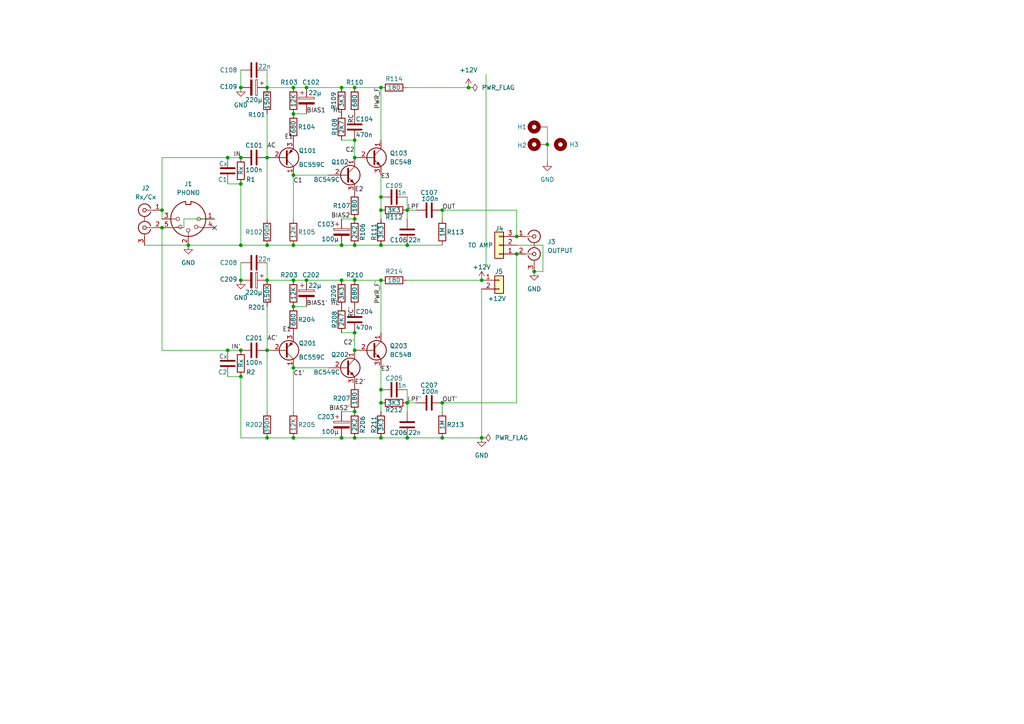
<source format=kicad_sch>
(kicad_sch (version 20231120) (generator "eeschema") (generator_version "8.0")
  (paper "A4")
  (title_block (title "102 RIAA phono preamp") (date "2025-02-18") (rev "v1") (company "TuchAudio") (comment 1 "@zuiko21"))
  (lib_symbols
    (symbol "Connector:Conn_Coaxial_x2" (pin_names (offset 1.016) hide)
      (property "Reference" "J" (at 0 5.715 0))
      (property "Value" "Conn_Coaxial_x2" (at 2.921 0 90))
      (symbol "Conn_Coaxial_x2_0_1"
        (arc (start -1.778 -3.048) (mid 0.2311 -4.3466) (end 1.778 -2.54) (stroke (width 0.254)))
        (arc (start -1.778 2.032) (mid 0.2311 0.7334) (end 1.778 2.54) (stroke (width 0.254)))
        (circle (center 0 -2.54) (radius 0.508) (stroke (width 0.2032)))
        (polyline (pts (xy -2.54 -2.54) (xy -0.508 -2.54)))
        (polyline (pts (xy -2.54 2.54) (xy -0.508 2.54)))
        (polyline (pts (xy 0 -5.08) (xy 0 -4.318)))
        (polyline (pts (xy 0 0.762) (xy 0 -0.635)))
        (circle (center 0 2.54) (radius 0.508) (stroke (width 0.2032)))
        (arc (start 1.778 -2.54) (mid 0.2099 -0.7299) (end -1.778 -2.032) (stroke (width 0.254)))
        (arc (start 1.778 2.54) (mid 0.2099 4.3501) (end -1.778 3.048) (stroke (width 0.254)))
      )
      (symbol "Conn_Coaxial_x2_1_1"
        (pin passive line (at -5.08 2.54 0) (length 2.54) (name "IN1") (number "1"))
        (pin passive line (at -5.08 -2.54 0) (length 2.54) (name "IN2") (number "2"))
        (pin passive line (at 0 -7.62 90) (length 2.54) (name "EXT") (number "3"))
      )
    )
    (symbol "Connector:DIN-5_180degree" (pin_names (offset 1.016))
      (property "Reference" "J" (at 3.175 5.715 0))
      (property "Value" "DIN-5_180degree" (at 0 -6.35 0))
      (symbol "DIN-5_180degree_0_1"
        (arc (start -5.08 0) (mid -3.8609 -3.3364) (end -0.762 -5.08) (stroke (width 0.254)))
        (circle (center -3.048 0) (radius 0.508))
        (circle (center -2.286 2.286) (radius 0.508))
        (polyline (pts (xy -5.08 0) (xy -3.556 0)))
        (polyline (pts (xy 0 5.08) (xy 0 3.81)))
        (polyline (pts (xy 5.08 0) (xy 3.556 0)))
        (polyline (pts (xy -5.08 2.54) (xy -4.318 2.54) (xy -2.794 2.286)))
        (polyline (pts (xy 5.08 2.54) (xy 4.318 2.54) (xy 2.794 2.286)))
        (polyline (pts (xy -0.762 -4.953) (xy -0.762 -4.191) (xy 0.762 -4.191) (xy 0.762 -4.953)) (stroke (width 0.254)))
        (circle (center 0 3.302) (radius 0.508))
        (arc (start 0.762 -5.08) (mid 3.8685 -3.343) (end 5.08 0) (stroke (width 0.254)))
        (circle (center 2.286 2.286) (radius 0.508))
        (circle (center 3.048 0) (radius 0.508))
        (arc (start 5.08 0) (mid 0 5.0579) (end -5.08 0) (stroke (width 0.254)))
      )
      (symbol "DIN-5_180degree_1_1"
        (pin passive line (at -7.62 0 0) (length 2.54) (name "~") (number "1"))
        (pin passive line (at 0 7.62 270) (length 2.54) (name "~") (number "2"))
        (pin passive line (at 7.62 0 180) (length 2.54) (name "~") (number "3"))
        (pin passive line (at -7.62 2.54 0) (length 2.54) (name "~") (number "4"))
        (pin passive line (at 7.62 2.54 180) (length 2.54) (name "~") (number "5"))
      )
    )
    (symbol "Connector_Generic:Conn_01x02" (pin_names (offset 1.016) hide)
      (property "Reference" "J" (at 0 2.54 0))
      (property "Value" "Conn_01x02" (at 0 -5.08 0))
      (symbol "Conn_01x02_1_1"
        (rectangle (start -1.27 -2.413) (end 0 -2.667) (stroke (width 0.1524)))
        (rectangle (start -1.27 0.127) (end 0 -0.127) (stroke (width 0.1524)))
        (rectangle (start -1.27 1.27) (end 1.27 -3.81) (stroke (width 0.254)) (fill (type background)))
        (pin passive line (at -5.08 0 0) (length 3.81) (name "Pin_1") (number "1"))
        (pin passive line (at -5.08 -2.54 0) (length 3.81) (name "Pin_2") (number "2"))
      )
    )
    (symbol "Connector_Generic:Conn_01x03" (pin_names (offset 1.016) hide)
      (property "Reference" "J" (at 0 5.08 0))
      (property "Value" "Conn_01x03" (at 0 -5.08 0))
      (symbol "Conn_01x03_1_1"
        (rectangle (start -1.27 -2.413) (end 0 -2.667) (stroke (width 0.1524)))
        (rectangle (start -1.27 0.127) (end 0 -0.127) (stroke (width 0.1524)))
        (rectangle (start -1.27 2.667) (end 0 2.413) (stroke (width 0.1524)))
        (rectangle (start -1.27 3.81) (end 1.27 -3.81) (stroke (width 0.254)) (fill (type background)))
        (pin passive line (at -5.08 2.54 0) (length 3.81) (name "Pin_1") (number "1"))
        (pin passive line (at -5.08 0 0) (length 3.81) (name "Pin_2") (number "2"))
        (pin passive line (at -5.08 -2.54 0) (length 3.81) (name "Pin_3") (number "3"))
      )
    )
    (symbol "Device:C" (pin_numbers hide) (pin_names (offset 0.254))
      (property "Reference" "C" (at 0.635 2.54 0))
      (property "Value" "C" (at 0.635 -2.54 0))
      (symbol "C_0_1"
        (polyline (pts (xy -2.032 -0.762) (xy 2.032 -0.762)) (stroke (width 0.508)))
        (polyline (pts (xy -2.032 0.762) (xy 2.032 0.762)) (stroke (width 0.508)))
      )
      (symbol "C_1_1"
        (pin passive line (at 0 3.81 270) (length 2.794) (name "~") (number "1"))
        (pin passive line (at 0 -3.81 90) (length 2.794) (name "~") (number "2"))
      )
    )
    (symbol "Device:C_Polarized" (pin_numbers hide) (pin_names (offset 0.254))
      (property "Reference" "C" (at 0.635 2.54 0))
      (property "Value" "C_Polarized" (at 0.635 -2.54 0))
      (symbol "C_Polarized_0_1"
        (rectangle (start -2.286 0.508) (end 2.286 1.016))
        (polyline (pts (xy -1.778 2.286) (xy -0.762 2.286)))
        (polyline (pts (xy -1.27 2.794) (xy -1.27 1.778)))
        (rectangle (start 2.286 -0.508) (end -2.286 -1.016) (fill (type outline)))
      )
      (symbol "C_Polarized_1_1"
        (pin passive line (at 0 3.81 270) (length 2.794) (name "~") (number "1"))
        (pin passive line (at 0 -3.81 90) (length 2.794) (name "~") (number "2"))
      )
    )
    (symbol "Device:R" (pin_numbers hide) (pin_names (offset 0))
      (property "Reference" "R" (at 2.032 0 90))
      (property "Value" "R" (at 0 0 90))
      (symbol "R_0_1"
        (rectangle (start -1.016 -2.54) (end 1.016 2.54) (stroke (width 0.254)))
      )
      (symbol "R_1_1"
        (pin passive line (at 0 3.81 270) (length 1.27) (name "~") (number "1"))
        (pin passive line (at 0 -3.81 90) (length 1.27) (name "~") (number "2"))
      )
    )
    (symbol "Mechanical:MountingHole" (pin_names (offset 1.016)) (exclude_from_sim yes) (in_bom no)
      (property "Reference" "H" (at 0 5.08 0))
      (property "Value" "MountingHole" (at 0 3.175 0))
      (symbol "MountingHole_0_1"
        (circle (center 0 0) (radius 1.27) (stroke (width 1.27)))
      )
    )
    (symbol "Mechanical:MountingHole_Pad" (pin_numbers hide) (pin_names (offset 1.016) hide) (exclude_from_sim yes) (in_bom no)
      (property "Reference" "H" (at 0 6.35 0))
      (property "Value" "MountingHole_Pad" (at 0 4.445 0))
      (symbol "MountingHole_Pad_0_1"
        (circle (center 0 1.27) (radius 1.27) (stroke (width 1.27)))
      )
      (symbol "MountingHole_Pad_1_1"
        (pin input line (at 0 -2.54 90) (length 2.54) (name "1") (number "1"))
      )
    )
    (symbol "Transistor_BJT:BC549" (pin_names (offset 0) hide)
      (property "Reference" "Q" (at 5.08 1.905 0))
      (property "Value" "BC549" (at 5.08 0 0))
      (symbol "BC549_0_1"
        (polyline (pts (xy 0 0) (xy 0.635 0)))
        (polyline (pts (xy 0.635 0.635) (xy 2.54 2.54)))
        (polyline (pts (xy 0.635 -0.635) (xy 2.54 -2.54) (xy 2.54 -2.54)))
        (polyline (pts (xy 0.635 1.905) (xy 0.635 -1.905) (xy 0.635 -1.905)) (stroke (width 0.508)))
        (polyline (pts (xy 1.27 -1.778) (xy 1.778 -1.27) (xy 2.286 -2.286) (xy 1.27 -1.778) (xy 1.27 -1.778)) (fill (type outline)))
        (circle (center 1.27 0) (radius 2.8194) (stroke (width 0.254)))
      )
      (symbol "BC549_1_1"
        (pin passive line (at 2.54 5.08 270) (length 2.54) (name "C") (number "1"))
        (pin input line (at -5.08 0 0) (length 5.08) (name "B") (number "2"))
        (pin passive line (at 2.54 -5.08 90) (length 2.54) (name "E") (number "3"))
      )
    )
    (symbol "Transistor_BJT:BC559" (pin_names (offset 0) hide)
      (property "Reference" "Q" (at 5.08 1.905 0))
      (property "Value" "BC559" (at 5.08 0 0))
      (symbol "BC559_0_1"
        (polyline (pts (xy 0.635 0.635) (xy 2.54 2.54)))
        (polyline (pts (xy 0.635 -0.635) (xy 2.54 -2.54) (xy 2.54 -2.54)))
        (polyline (pts (xy 0.635 1.905) (xy 0.635 -1.905) (xy 0.635 -1.905)) (stroke (width 0.508)))
        (polyline (pts (xy 2.286 -1.778) (xy 1.778 -2.286) (xy 1.27 -1.27) (xy 2.286 -1.778) (xy 2.286 -1.778)) (fill (type outline)))
        (circle (center 1.27 0) (radius 2.8194) (stroke (width 0.254)))
      )
      (symbol "BC559_1_1"
        (pin passive line (at 2.54 5.08 270) (length 2.54) (name "C") (number "1"))
        (pin input line (at -5.08 0 0) (length 5.715) (name "B") (number "2"))
        (pin passive line (at 2.54 -5.08 90) (length 2.54) (name "E") (number "3"))
      )
    )
    (symbol "power:+12V" (power) (pin_numbers hide) (pin_names (offset 0) hide)
      (property "Value" "+12V" (at 0 3.556 0))
      (symbol "+12V_0_1"
        (polyline (pts (xy -0.762 1.27) (xy 0 2.54)))
        (polyline (pts (xy 0 0) (xy 0 2.54)))
        (polyline (pts (xy 0 2.54) (xy 0.762 1.27)))
      )
      (symbol "+12V_1_1"
        (pin power_in line (at 0 0 90) (length 0) (name "~") (number "1"))
      )
    )
    (symbol "power:GND" (power) (pin_numbers hide) (pin_names (offset 0) hide)
      (property "Value" "GND" (at 0 -3.81 0))
      (symbol "GND_0_1"
        (polyline (pts (xy 0 0) (xy 0 -1.27) (xy 1.27 -1.27) (xy 0 -2.54) (xy -1.27 -1.27) (xy 0 -1.27)))
      )
      (symbol "GND_1_1"
        (pin power_in line (at 0 0 270) (length 0) (name "~") (number "1"))
      )
    )
    (symbol "power:PWR_FLAG" (power) (pin_numbers hide) (pin_names (offset 0) hide)
      (property "Value" "PWR_FLAG" (at 0 3.81 0))
      (symbol "PWR_FLAG_0_0"
        (pin power_out line (at 0 0 90) (length 0) (name "~") (number "1"))
      )
      (symbol "PWR_FLAG_0_1"
        (polyline (pts (xy 0 0) (xy 0 1.27) (xy -1.016 1.905) (xy 0 2.54) (xy 1.016 1.905) (xy 0 1.27)))
      )
    )
  )
  (junction (at 77.47 25.4))
  (junction (at 128.27 60.96))
  (junction (at 99.06 25.4))
  (junction (at 110.49 127))
  (junction (at 102.87 127))
  (junction (at 77.47 101.6))
  (junction (at 135.89 25.4))
  (junction (at 69.85 71.12))
  (junction (at 46.99 60.96))
  (junction (at 118.11 71.12))
  (junction (at 69.85 53.34))
  (junction (at 102.87 81.28))
  (junction (at 66.04 45.72))
  (junction (at 85.09 50.8))
  (junction (at 102.87 63.5))
  (junction (at 69.85 109.22))
  (junction (at 85.09 33.02))
  (junction (at 128.27 127))
  (junction (at 102.87 101.6))
  (junction (at 85.09 71.12))
  (junction (at 54.61 71.12))
  (junction (at 118.11 127))
  (junction (at 77.47 45.72))
  (junction (at 85.09 81.28))
  (junction (at 102.87 40.64))
  (junction (at 77.47 71.12))
  (junction (at 110.49 60.96))
  (junction (at 110.49 25.4))
  (junction (at 99.06 71.12))
  (junction (at 118.11 60.96))
  (junction (at 102.87 119.38))
  (junction (at 110.49 71.12))
  (junction (at 139.7 81.28))
  (junction (at 46.99 66.04))
  (junction (at 110.49 57.15))
  (junction (at 85.09 127))
  (junction (at 77.47 127))
  (junction (at 77.47 81.28))
  (junction (at 128.27 116.84))
  (junction (at 110.49 81.28))
  (junction (at 118.11 116.84))
  (junction (at 102.87 96.52))
  (junction (at 149.86 73.66))
  (junction (at 69.85 81.28))
  (junction (at 110.49 116.84))
  (junction (at 139.7 127))
  (junction (at 158.75 41.91))
  (junction (at 88.9 25.4))
  (junction (at 69.85 45.72))
  (junction (at 102.87 45.72))
  (junction (at 102.87 25.4))
  (junction (at 66.04 101.6))
  (junction (at 110.49 113.03))
  (junction (at 102.87 71.12))
  (junction (at 88.9 81.28))
  (junction (at 69.85 101.6))
  (junction (at 99.06 81.28))
  (junction (at 154.94 78.74))
  (junction (at 85.09 88.9))
  (junction (at 69.85 25.4))
  (junction (at 149.86 68.58))
  (junction (at 85.09 25.4))
  (junction (at 99.06 127))
  (junction (at 85.09 106.68))
  (no_connect (at 62.23 66.04))
  (wire (pts (xy 102.87 25.4) (xy 110.49 25.4)))
  (wire (pts (xy 69.85 20.32) (xy 69.85 25.4)))
  (wire (pts (xy 66.04 53.34) (xy 69.85 53.34)))
  (wire (pts (xy 118.11 113.03) (xy 118.11 116.84)))
  (wire (pts (xy 85.09 71.12) (xy 99.06 71.12)))
  (wire (pts (xy 118.11 116.84) (xy 118.11 119.38)))
  (wire (pts (xy 66.04 101.6) (xy 69.85 101.6)))
  (wire (pts (xy 102.87 81.28) (xy 110.49 81.28)))
  (wire (pts (xy 69.85 109.22) (xy 69.85 127)))
  (wire (pts (xy 149.86 60.96) (xy 149.86 68.58)))
  (wire (pts (xy 99.06 71.12) (xy 102.87 71.12)))
  (wire (pts (xy 41.91 71.12) (xy 54.61 71.12)))
  (wire (pts (xy 69.85 127) (xy 77.47 127)))
  (wire (pts (xy 77.47 25.4) (xy 85.09 25.4)))
  (wire (pts (xy 102.87 40.64) (xy 102.87 45.72)))
  (wire (pts (xy 154.94 78.74) (xy 157.48 78.74)))
  (wire (pts (xy 110.49 60.96) (xy 110.49 63.5)))
  (wire (pts (xy 77.47 127) (xy 85.09 127)))
  (wire (pts (xy 139.7 127) (xy 128.27 127)))
  (wire (pts (xy 158.75 41.91) (xy 158.75 46.99)))
  (wire (pts (xy 99.06 127) (xy 102.87 127)))
  (wire (pts (xy 110.49 106.68) (xy 110.49 113.03)))
  (wire (pts (xy 69.85 71.12) (xy 77.47 71.12)))
  (wire (pts (xy 85.09 50.8) (xy 95.25 50.8)))
  (wire (pts (xy 118.11 60.96) (xy 118.11 63.5)))
  (wire (pts (xy 77.47 81.28) (xy 85.09 81.28)))
  (wire (pts (xy 157.48 78.74) (xy 157.48 71.12)))
  (wire (pts (xy 149.86 60.96) (xy 128.27 60.96)))
  (wire (pts (xy 46.99 45.72) (xy 46.99 60.96)))
  (wire (pts (xy 85.09 127) (xy 99.06 127)))
  (wire (pts (xy 99.06 81.28) (xy 102.87 81.28)))
  (wire (pts (xy 118.11 116.84) (xy 120.65 116.84)))
  (wire (pts (xy 102.87 127) (xy 110.49 127)))
  (wire (pts (xy 66.04 45.72) (xy 46.99 45.72)))
  (wire (pts (xy 139.7 83.82) (xy 139.7 127)))
  (wire (pts (xy 69.85 53.34) (xy 69.85 71.12)))
  (wire (pts (xy 77.47 71.12) (xy 85.09 71.12)))
  (wire (pts (xy 85.09 106.68) (xy 95.25 106.68)))
  (wire (pts (xy 69.85 76.2) (xy 69.85 81.28)))
  (wire (pts (xy 102.87 96.52) (xy 102.87 101.6)))
  (wire (pts (xy 53.34 63.5) (xy 53.34 66.04)))
  (wire (pts (xy 99.06 96.52) (xy 102.87 96.52)))
  (wire (pts (xy 62.23 63.5) (xy 53.34 63.5)))
  (wire (pts (xy 66.04 101.6) (xy 46.99 101.6)))
  (wire (pts (xy 85.09 33.02) (xy 88.9 33.02)))
  (wire (pts (xy 77.47 33.02) (xy 77.47 45.72)))
  (wire (pts (xy 128.27 60.96) (xy 128.27 63.5)))
  (wire (pts (xy 158.75 36.83) (xy 158.75 41.91)))
  (wire (pts (xy 99.06 25.4) (xy 102.87 25.4)))
  (wire (pts (xy 46.99 66.04) (xy 53.34 66.04)))
  (wire (pts (xy 46.99 60.96) (xy 46.99 63.5)))
  (wire (pts (xy 149.86 73.66) (xy 149.86 116.84)))
  (wire (pts (xy 110.49 113.03) (xy 110.49 116.84)))
  (wire (pts (xy 110.49 71.12) (xy 118.11 71.12)))
  (wire (pts (xy 118.11 57.15) (xy 118.11 60.96)))
  (wire (pts (xy 110.49 50.8) (xy 110.49 57.15)))
  (wire (pts (xy 99.06 119.38) (xy 102.87 119.38)))
  (wire (pts (xy 77.47 101.6) (xy 77.47 119.38)))
  (wire (pts (xy 88.9 25.4) (xy 99.06 25.4)))
  (wire (pts (xy 77.47 45.72) (xy 77.47 63.5)))
  (wire (pts (xy 128.27 116.84) (xy 149.86 116.84)))
  (wire (pts (xy 110.49 57.15) (xy 110.49 60.96)))
  (wire (pts (xy 99.06 40.64) (xy 102.87 40.64)))
  (wire (pts (xy 110.49 116.84) (xy 110.49 119.38)))
  (wire (pts (xy 110.49 25.4) (xy 110.49 40.64)))
  (wire (pts (xy 135.89 25.4) (xy 118.11 25.4)))
  (wire (pts (xy 118.11 81.28) (xy 139.7 81.28)))
  (wire (pts (xy 128.27 116.84) (xy 128.27 119.38)))
  (wire (pts (xy 99.06 63.5) (xy 102.87 63.5)))
  (wire (pts (xy 118.11 127) (xy 128.27 127)))
  (wire (pts (xy 85.09 81.28) (xy 88.9 81.28)))
  (wire (pts (xy 88.9 81.28) (xy 99.06 81.28)))
  (wire (pts (xy 46.99 66.04) (xy 46.99 101.6)))
  (wire (pts (xy 66.04 109.22) (xy 69.85 109.22)))
  (wire (pts (xy 118.11 60.96) (xy 120.65 60.96)))
  (wire (pts (xy 54.61 71.12) (xy 69.85 71.12)))
  (wire (pts (xy 77.47 76.2) (xy 77.47 81.28)))
  (wire (pts (xy 102.87 71.12) (xy 110.49 71.12)))
  (wire (pts (xy 140.97 77.47) (xy 140.97 21.59)))
  (wire (pts (xy 118.11 71.12) (xy 128.27 71.12)))
  (wire (pts (xy 85.09 119.38) (xy 85.09 106.68)))
  (wire (pts (xy 77.47 20.32) (xy 77.47 25.4)))
  (wire (pts (xy 149.86 71.12) (xy 157.48 71.12)))
  (wire (pts (xy 110.49 127) (xy 118.11 127)))
  (wire (pts (xy 77.47 88.9) (xy 77.47 101.6)))
  (wire (pts (xy 85.09 88.9) (xy 88.9 88.9)))
  (wire (pts (xy 66.04 45.72) (xy 69.85 45.72)))
  (wire (pts (xy 110.49 81.28) (xy 110.49 96.52)))
  (wire (pts (xy 85.09 63.5) (xy 85.09 50.8)))
  (wire (pts (xy 85.09 25.4) (xy 88.9 25.4)))
  (label "BIAS1" (at 88.9 33.02 0))
  (label "PWR_F'" (at 110.49 81.28 270))
  (label "RC'" (at 102.87 88.9 270))
  (label "HL'" (at 99.06 88.9 180))
  (label "C2'" (at 102.87 100.33 180))
  (label "BIAS2" (at 101.6 63.5 180))
  (label "E2'" (at 102.87 111.76 0))
  (label "E1'" (at 85.09 96.52 180))
  (label "AC'" (at 77.47 99.06 0))
  (label "C1" (at 85.09 53.34 0))
  (label "E1" (at 85.09 40.64 180))
  (label "OUT'" (at 128.27 116.84 0))
  (label "BIAS1'" (at 88.9 88.9 0))
  (label "BIAS2'" (at 101.6 119.38 180))
  (label "OUT" (at 128.27 60.96 0))
  (label "IN'" (at 69.85 101.6 180))
  (label "AC" (at 77.47 43.18 0))
  (label "LPF" (at 118.11 60.96 0))
  (label "E2" (at 102.87 55.88 0))
  (label "IN" (at 69.85 45.72 180))
  (label "C1'" (at 85.09 109.22 0))
  (label "C2" (at 102.87 44.45 180))
  (label "HL" (at 99.06 33.02 180))
  (label "E3'" (at 110.49 107.95 0))
  (label "LPF'" (at 118.11 116.84 0))
  (label "PWR_F" (at 110.49 25.4 270))
  (label "E3" (at 110.49 52.07 0))
  (label "RC" (at 102.87 33.02 270))
  (symbol (lib_id "Device:C_Polarized") (at 99.06 67.31 0) (unit 1)
    (property "Reference" "C103" (at 91.948 65.024 0) (effects (justify left)))
    (property "Value" "100µ" (at 93.218 69.342 0) (effects (justify left)))
    (property "Footprint" "Capacitor_THT:CP_Radial_D4.0mm_P1.50mm" (effects (hide yes)))
    (property "Description" "Polarized capacitor" (effects (hide yes)))
  )
  (symbol (lib_id "Device:R") (at 99.06 29.21 0) (unit 1)
    (property "Reference" "R109" (at 96.774 31.75 90) (effects (justify left)))
    (property "Value" "3K3" (at 99.06 29.21 90))
    (property "Footprint" "Resistor_THT:R_Axial_DIN0207_L6.3mm_D2.5mm_P10.16mm_Horizontal" (effects (hide yes)))
    (property "Description" "Resistor" (effects (hide yes)))
  )
  (symbol (lib_id "Device:R") (at 114.3 81.28 90) (unit 1)
    (property "Reference" "R214" (at 114.3 78.74 90))
    (property "Value" "180" (at 114.3 81.28 90))
    (property "Footprint" "Resistor_THT:R_Axial_DIN0207_L6.3mm_D2.5mm_P10.16mm_Horizontal" (effects (hide yes)))
    (property "Description" "Resistor" (effects (hide yes)))
  )
  (symbol (lib_id "power:GND") (at 54.61 71.12 0) (unit 1)
    (property "Reference" "#PWR02" (effects (hide yes)))
    (property "Value" "GND" (at 54.61 76.2 0))
    (property "Description" "Power symbol creates a global label with name \"GND\" , ground" (effects (hide yes)))
  )
  (symbol (lib_id "Device:R") (at 114.3 116.84 90) (unit 1)
    (property "Reference" "R212" (at 114.3 118.872 90))
    (property "Value" "3K3" (at 114.3 116.84 90))
    (property "Footprint" "Resistor_THT:R_Axial_DIN0207_L6.3mm_D2.5mm_P10.16mm_Horizontal" (effects (hide yes)))
    (property "Description" "Resistor" (effects (hide yes)))
  )
  (symbol (lib_id "Device:C") (at 114.3 113.03 90) (unit 1)
    (property "Reference" "C205" (at 114.3 109.728 90) (effects (font (italic yes))))
    (property "Value" "1n" (at 116.586 111.76 90))
    (property "Footprint" "Capacitor_THT:C_Rect_L7.2mm_W2.5mm_P5.00mm_FKS2_FKP2_MKS2_MKP2" (effects (hide yes)))
    (property "Description" "Unpolarized capacitor" (effects (hide yes)))
  )
  (symbol (lib_id "Device:R") (at 128.27 67.31 0) (unit 1)
    (property "Reference" "R113" (at 129.54 67.31 0) (effects (justify left)))
    (property "Value" "1M" (at 128.27 67.31 90))
    (property "Footprint" "Resistor_THT:R_Axial_DIN0207_L6.3mm_D2.5mm_P10.16mm_Horizontal" (effects (hide yes)))
    (property "Description" "Resistor" (effects (hide yes)))
  )
  (symbol (lib_id "Device:C") (at 118.11 123.19 0) (unit 1)
    (property "Reference" "C206" (at 113.03 125.476 0) (effects (justify left)))
    (property "Value" "22n" (at 118.364 125.476 0) (effects (justify left)))
    (property "Footprint" "Capacitor_THT:C_Rect_L7.2mm_W2.5mm_P5.00mm_FKS2_FKP2_MKS2_MKP2" (effects (hide yes)))
    (property "Description" "Unpolarized capacitor" (effects (hide yes)))
  )
  (symbol (lib_id "Device:C") (at 124.46 60.96 90) (unit 1)
    (property "Reference" "C107" (at 124.46 55.88 90))
    (property "Value" "100n" (at 124.714 57.658 90) (effects (font (italic yes))))
    (property "Footprint" "Capacitor_THT:C_Rect_L7.2mm_W2.5mm_P5.00mm_FKS2_FKP2_MKS2_MKP2" (effects (hide yes)))
    (property "Description" "Unpolarized capacitor" (effects (hide yes)))
  )
  (symbol (lib_id "Transistor_BJT:BC549") (at 107.95 45.72 0) (unit 1)
    (property "Reference" "Q103" (at 113.03 44.4499 0) (effects (justify left)))
    (property "Value" "BC548" (at 113.03 46.9899 0) (effects (justify left)))
    (property "Footprint" "Package_TO_SOT_THT:TO-92_Inline" (effects (hide yes)))
    (property "Datasheet" "https://www.onsemi.com/pub/Collateral/BC550-D.pdf" (effects (hide yes)))
    (property "Description" "0.1A Ic, 30V Vce, Small Signal NPN Transistor, TO-92" (effects (hide yes)))
  )
  (symbol (lib_id "Transistor_BJT:BC549") (at 107.95 101.6 0) (unit 1)
    (property "Reference" "Q203" (at 113.03 100.3299 0) (effects (justify left)))
    (property "Value" "BC548" (at 113.03 102.8699 0) (effects (justify left)))
    (property "Footprint" "Package_TO_SOT_THT:TO-92_Inline" (effects (hide yes)))
    (property "Datasheet" "https://www.onsemi.com/pub/Collateral/BC550-D.pdf" (effects (hide yes)))
    (property "Description" "0.1A Ic, 30V Vce, Small Signal NPN Transistor, TO-92" (effects (hide yes)))
  )
  (symbol (lib_id "Mechanical:MountingHole") (at 162.56 41.91 0) (unit 1) (exclude_from_sim yes) (in_bom no)
    (property "Reference" "H3" (at 165.1 41.91 0) (effects (justify left)))
    (property "Value" "MountingHole" (effects (hide yes)))
    (property "Footprint" "MountingHole:MountingHole_3.2mm_M3" (effects (hide yes)))
    (property "Description" "Mounting Hole without connection" (effects (hide yes)))
  )
  (symbol (lib_id "Device:R") (at 99.06 85.09 0) (unit 1)
    (property "Reference" "R209" (at 96.774 87.63 90) (effects (justify left)))
    (property "Value" "3K3" (at 99.06 85.09 90))
    (property "Footprint" "Resistor_THT:R_Axial_DIN0207_L6.3mm_D2.5mm_P10.16mm_Horizontal" (effects (hide yes)))
    (property "Description" "Resistor" (effects (hide yes)))
  )
  (symbol (lib_id "Device:C") (at 118.11 67.31 0) (unit 1)
    (property "Reference" "C106" (at 113.03 69.596 0) (effects (justify left)))
    (property "Value" "22n" (at 118.364 69.596 0) (effects (justify left)))
    (property "Footprint" "Capacitor_THT:C_Rect_L7.2mm_W2.5mm_P5.00mm_FKS2_FKP2_MKS2_MKP2" (effects (hide yes)))
    (property "Description" "Unpolarized capacitor" (effects (hide yes)))
  )
  (symbol (lib_id "power:PWR_FLAG") (at 139.7 127 270) (unit 1)
    (property "Reference" "#FLG02" (effects (hide yes)))
    (property "Value" "PWR_FLAG" (at 143.51 126.9999 90) (effects (justify left)))
    (property "Description" "Special symbol for telling ERC where power comes from" (effects (hide yes)))
  )
  (symbol (lib_id "Device:R") (at 114.3 25.4 90) (unit 1)
    (property "Reference" "R114" (at 114.3 22.86 90))
    (property "Value" "180" (at 114.3 25.4 90))
    (property "Footprint" "Resistor_THT:R_Axial_DIN0207_L6.3mm_D2.5mm_P10.16mm_Horizontal" (effects (hide yes)))
    (property "Description" "Resistor" (effects (hide yes)))
  )
  (symbol (lib_id "Device:R") (at 110.49 123.19 0) (unit 1)
    (property "Reference" "R211" (at 108.458 125.73 90) (effects (justify left)))
    (property "Value" "3K3" (at 110.49 123.19 90))
    (property "Footprint" "Resistor_THT:R_Axial_DIN0207_L6.3mm_D2.5mm_P10.16mm_Horizontal" (effects (hide yes)))
    (property "Description" "Resistor" (effects (hide yes)))
  )
  (symbol (lib_id "Device:R") (at 85.09 85.09 0) (unit 1)
    (property "Reference" "R203" (at 81.28 79.756 0) (effects (justify left)))
    (property "Value" "12K" (at 85.09 85.09 90))
    (property "Footprint" "Resistor_THT:R_Axial_DIN0207_L6.3mm_D2.5mm_P10.16mm_Horizontal" (effects (hide yes)))
    (property "Description" "Resistor" (effects (hide yes)))
  )
  (symbol (lib_id "Mechanical:MountingHole_Pad") (at 156.21 36.83 90) (unit 1) (exclude_from_sim yes) (in_bom no)
    (property "Reference" "H1" (at 151.384 36.83 90))
    (property "Value" "MountingHole_Pad" (effects (hide yes)))
    (property "Footprint" "MountingHole:MountingHole_3.2mm_M3_DIN965_Pad" (effects (hide yes)))
    (property "Description" "Mounting Hole with connection" (effects (hide yes)))
  )
  (symbol (lib_id "Transistor_BJT:BC549") (at 100.33 50.8 0) (unit 1)
    (property "Reference" "Q102" (at 96.012 46.99 0) (effects (justify left)))
    (property "Value" "BC549C" (at 90.932 52.07 0) (effects (justify left)))
    (property "Footprint" "Package_TO_SOT_THT:TO-92_Inline" (effects (hide yes)))
    (property "Datasheet" "https://www.onsemi.com/pub/Collateral/BC550-D.pdf" (effects (hide yes)))
    (property "Description" "0.1A Ic, 30V Vce, Small Signal NPN Transistor, TO-92" (effects (hide yes)))
  )
  (symbol (lib_id "Device:R") (at 114.3 60.96 90) (unit 1)
    (property "Reference" "R112" (at 114.3 62.992 90))
    (property "Value" "3K3" (at 114.3 60.96 90))
    (property "Footprint" "Resistor_THT:R_Axial_DIN0207_L6.3mm_D2.5mm_P10.16mm_Horizontal" (effects (hide yes)))
    (property "Description" "Resistor" (effects (hide yes)))
  )
  (symbol (lib_id "Connector_Generic:Conn_01x02") (at 144.78 81.28 0) (unit 1)
    (property "Reference" "J5" (at 143.51 78.74 0) (effects (justify left)))
    (property "Value" "+12V" (at 141.478 86.614 0) (effects (justify left)))
    (property "Footprint" "Connector_PinHeader_2.54mm:PinHeader_1x02_P2.54mm_Horizontal" (effects (hide yes)))
    (property "Description" "Generic connector, single row, 01x02, script generated (kicad-library-utils/schlib/autogen/connector/)" (effects (hide yes)))
  )
  (symbol (lib_id "power:GND") (at 158.75 46.99 0) (unit 1)
    (property "Reference" "#PWR08" (effects (hide yes)))
    (property "Value" "GND" (at 158.75 52.07 0))
    (property "Description" "Power symbol creates a global label with name \"GND\" , ground" (effects (hide yes)))
  )
  (symbol (lib_id "Device:R") (at 85.09 92.71 0) (unit 1)
    (property "Reference" "R204" (at 86.36 92.71 0) (effects (justify left)))
    (property "Value" "680" (at 85.09 92.71 90))
    (property "Footprint" "Resistor_THT:R_Axial_DIN0207_L6.3mm_D2.5mm_P10.16mm_Horizontal" (effects (hide yes)))
    (property "Description" "Resistor" (effects (hide yes)))
  )
  (symbol (lib_id "Device:C") (at 73.66 45.72 90) (unit 1)
    (property "Reference" "C101" (at 73.66 42.164 90))
    (property "Value" "100n" (at 73.66 49.276 90))
    (property "Footprint" "Capacitor_THT:C_Rect_L7.2mm_W2.5mm_P5.00mm_FKS2_FKP2_MKS2_MKP2" (effects (hide yes)))
    (property "Description" "Unpolarized capacitor" (effects (hide yes)))
  )
  (symbol (lib_id "Device:C_Polarized") (at 73.66 25.4 270) (unit 1)
    (property "Reference" "C109" (at 66.294 25.146 90))
    (property "Value" "220µ" (at 73.66 28.956 90))
    (property "Footprint" "Capacitor_THT:CP_Radial_D6.3mm_P2.50mm" (effects (hide yes)))
    (property "Description" "Polarized capacitor" (effects (hide yes)))
  )
  (symbol (lib_id "Device:R") (at 102.87 123.19 0) (unit 1)
    (property "Reference" "R206" (at 105.156 125.73 90) (effects (justify left)))
    (property "Value" "2K2" (at 102.87 123.19 90))
    (property "Footprint" "Resistor_THT:R_Axial_DIN0207_L6.3mm_D2.5mm_P10.16mm_Horizontal" (effects (hide yes)))
    (property "Description" "Resistor" (effects (hide yes)))
  )
  (symbol (lib_id "Transistor_BJT:BC559") (at 82.55 101.6 0) (mirror x) (unit 1)
    (property "Reference" "Q201" (at 86.614 99.568 0) (effects (justify left)))
    (property "Value" "BC559C" (at 86.614 103.632 0) (effects (justify left)))
    (property "Footprint" "Package_TO_SOT_THT:TO-92_Inline" (effects (hide yes)))
    (property "Datasheet" "https://www.onsemi.com/pub/Collateral/BC556BTA-D.pdf" (effects (hide yes)))
    (property "Description" "0.1A Ic, 30V Vce, PNP Small Signal Transistor, TO-92" (effects (hide yes)))
  )
  (symbol (lib_id "Device:R") (at 102.87 67.31 0) (unit 1)
    (property "Reference" "R106" (at 105.156 69.85 90) (effects (justify left)))
    (property "Value" "2K2" (at 102.87 67.31 90))
    (property "Footprint" "Resistor_THT:R_Axial_DIN0207_L6.3mm_D2.5mm_P10.16mm_Horizontal" (effects (hide yes)))
    (property "Description" "Resistor" (effects (hide yes)))
  )
  (symbol (lib_id "Device:R") (at 85.09 29.21 0) (unit 1)
    (property "Reference" "R103" (at 81.28 23.876 0) (effects (justify left)))
    (property "Value" "12K" (at 85.09 29.21 90))
    (property "Footprint" "Resistor_THT:R_Axial_DIN0207_L6.3mm_D2.5mm_P10.16mm_Horizontal" (effects (hide yes)))
    (property "Description" "Resistor" (effects (hide yes)))
  )
  (symbol (lib_id "Device:R") (at 128.27 123.19 0) (unit 1)
    (property "Reference" "R213" (at 129.54 123.19 0) (effects (justify left)))
    (property "Value" "1M" (at 128.27 123.19 90))
    (property "Footprint" "Resistor_THT:R_Axial_DIN0207_L6.3mm_D2.5mm_P10.16mm_Horizontal" (effects (hide yes)))
    (property "Description" "Resistor" (effects (hide yes)))
  )
  (symbol (lib_id "Device:R") (at 85.09 67.31 0) (unit 1)
    (property "Reference" "R105" (at 86.36 67.31 0) (effects (justify left)))
    (property "Value" "12K" (at 85.09 67.31 90))
    (property "Footprint" "Resistor_THT:R_Axial_DIN0207_L6.3mm_D2.5mm_P10.16mm_Horizontal" (effects (hide yes)))
    (property "Description" "Resistor" (effects (hide yes)))
  )
  (symbol (lib_id "Device:R") (at 110.49 67.31 0) (unit 1)
    (property "Reference" "R111" (at 108.458 69.85 90) (effects (justify left)))
    (property "Value" "3K3" (at 110.49 67.31 90))
    (property "Footprint" "Resistor_THT:R_Axial_DIN0207_L6.3mm_D2.5mm_P10.16mm_Horizontal" (effects (hide yes)))
    (property "Description" "Resistor" (effects (hide yes)))
  )
  (symbol (lib_id "Device:C") (at 102.87 36.83 0) (unit 1)
    (property "Reference" "C104" (at 103.124 34.544 0) (effects (justify left)))
    (property "Value" "470n" (at 103.124 39.116 0) (effects (justify left)))
    (property "Footprint" "Capacitor_THT:C_Rect_L7.2mm_W3.0mm_P5.00mm_FKS2_FKP2_MKS2_MKP2" (effects (hide yes)))
    (property "Description" "Unpolarized capacitor" (effects (hide yes)))
  )
  (symbol (lib_id "Device:C") (at 114.3 57.15 90) (unit 1)
    (property "Reference" "C105" (at 114.3 53.848 90) (effects (font (italic yes))))
    (property "Value" "1n" (at 116.586 55.88 90))
    (property "Footprint" "Capacitor_THT:C_Rect_L7.2mm_W2.5mm_P5.00mm_FKS2_FKP2_MKS2_MKP2" (effects (hide yes)))
    (property "Description" "Unpolarized capacitor" (effects (hide yes)))
  )
  (symbol (lib_id "Device:R") (at 85.09 123.19 0) (unit 1)
    (property "Reference" "R205" (at 86.36 123.19 0) (effects (justify left)))
    (property "Value" "12K" (at 85.09 123.19 90))
    (property "Footprint" "Resistor_THT:R_Axial_DIN0207_L6.3mm_D2.5mm_P10.16mm_Horizontal" (effects (hide yes)))
    (property "Description" "Resistor" (effects (hide yes)))
  )
  (symbol (lib_id "Connector_Generic:Conn_01x03") (at 144.78 71.12 180) (unit 1)
    (property "Reference" "J4" (at 146.05 66.294 0) (effects (justify left)))
    (property "Value" "TO AMP" (at 143.002 71.12 0) (effects (justify left)))
    (property "Footprint" "Connector_PinHeader_2.54mm:PinHeader_1x03_P2.54mm_Horizontal" (effects (hide yes)))
    (property "Description" "Generic connector, single row, 01x03, script generated (kicad-library-utils/schlib/autogen/connector/)" (effects (hide yes)))
  )
  (symbol (lib_id "Device:R") (at 77.47 85.09 0) (unit 1)
    (property "Reference" "R201" (at 71.882 89.154 0) (effects (justify left)))
    (property "Value" "150K" (at 77.47 85.09 90))
    (property "Footprint" "Resistor_THT:R_Axial_DIN0207_L6.3mm_D2.5mm_P10.16mm_Horizontal" (effects (hide yes)))
    (property "Description" "Resistor" (effects (hide yes)))
  )
  (symbol (lib_id "Device:R") (at 69.85 105.41 0) (unit 1)
    (property "Reference" "R2" (at 71.374 107.95 0) (effects (justify left)))
    (property "Value" "Rx" (at 69.85 105.41 90))
    (property "Footprint" "Connector_PinSocket_2.54mm:PinSocket_1x02_P2.54mm_Vertical" (effects (hide yes)))
    (property "Description" "Resistor" (effects (hide yes)))
  )
  (symbol (lib_id "Connector:DIN-5_180degree") (at 54.61 63.5 180) (unit 1)
    (property "Reference" "J1" (at 54.6099 53.34 0))
    (property "Value" "PHONO" (at 54.6099 55.88 0))
    (property "Footprint" "durango:DIN 5-180deg" (effects (hide yes)))
    (property "Datasheet" "http://www.mouser.com/ds/2/18/40_c091_abd_e-75918.pdf" (effects (hide yes)))
    (property "Description" "5-pin DIN connector (5-pin DIN-5 stereo)" (effects (hide yes)))
  )
  (symbol (lib_id "power:+12V") (at 139.7 81.28 0) (unit 1)
    (property "Reference" "#PWR03" (effects (hide yes)))
    (property "Value" "+12V" (at 139.7 77.47 0))
    (property "Description" "Power symbol creates a global label with name \"+12V\"" (effects (hide yes)))
  )
  (symbol (lib_id "Device:C_Polarized") (at 88.9 29.21 0) (unit 1)
    (property "Reference" "C102" (at 87.63 23.876 0) (effects (justify left)))
    (property "Value" "22µ" (at 89.408 26.924 0) (effects (justify left)))
    (property "Footprint" "Capacitor_THT:CP_Radial_D4.0mm_P1.50mm" (effects (hide yes)))
    (property "Description" "Polarized capacitor" (effects (hide yes)))
  )
  (symbol (lib_id "Device:R") (at 99.06 36.83 0) (unit 1)
    (property "Reference" "R108" (at 97.028 39.37 90) (effects (justify left)))
    (property "Value" "2K7" (at 99.06 36.83 90))
    (property "Footprint" "Resistor_THT:R_Axial_DIN0207_L6.3mm_D2.5mm_P10.16mm_Horizontal" (effects (hide yes)))
    (property "Description" "Resistor" (effects (hide yes)))
  )
  (symbol (lib_id "Device:C") (at 124.46 116.84 90) (unit 1)
    (property "Reference" "C207" (at 124.46 111.76 90))
    (property "Value" "100n" (at 124.714 113.538 90) (effects (font (italic yes))))
    (property "Footprint" "Capacitor_THT:C_Rect_L7.2mm_W2.5mm_P5.00mm_FKS2_FKP2_MKS2_MKP2" (effects (hide yes)))
    (property "Description" "Unpolarized capacitor" (effects (hide yes)))
  )
  (symbol (lib_id "power:GND") (at 139.7 127 0) (unit 1)
    (property "Reference" "#PWR05" (effects (hide yes)))
    (property "Value" "GND" (at 139.7 132.08 0))
    (property "Description" "Power symbol creates a global label with name \"GND\" , ground" (effects (hide yes)))
  )
  (symbol (lib_id "Device:R") (at 77.47 67.31 0) (unit 1)
    (property "Reference" "R102" (at 71.12 67.31 0) (effects (justify left)))
    (property "Value" "390K" (at 77.47 67.31 90))
    (property "Footprint" "Resistor_THT:R_Axial_DIN0207_L6.3mm_D2.5mm_P10.16mm_Horizontal" (effects (hide yes)))
    (property "Description" "Resistor" (effects (hide yes)))
  )
  (symbol (lib_id "Device:C") (at 73.66 20.32 90) (unit 1)
    (property "Reference" "C108" (at 66.294 20.32 90))
    (property "Value" "22n" (at 76.708 19.304 90))
    (property "Footprint" "Capacitor_THT:C_Disc_D6.0mm_W2.5mm_P5.00mm" (effects (hide yes)))
    (property "Description" "Unpolarized capacitor" (effects (hide yes)))
  )
  (symbol (lib_id "Device:C") (at 102.87 92.71 0) (unit 1)
    (property "Reference" "C204" (at 103.124 90.424 0) (effects (justify left)))
    (property "Value" "470n" (at 103.124 94.996 0) (effects (justify left)))
    (property "Footprint" "Capacitor_THT:C_Rect_L7.2mm_W3.0mm_P5.00mm_FKS2_FKP2_MKS2_MKP2" (effects (hide yes)))
    (property "Description" "Unpolarized capacitor" (effects (hide yes)))
  )
  (symbol (lib_id "Device:C") (at 73.66 101.6 90) (unit 1)
    (property "Reference" "C201" (at 73.66 98.044 90))
    (property "Value" "100n" (at 73.66 105.156 90))
    (property "Footprint" "Capacitor_THT:C_Rect_L7.2mm_W2.5mm_P5.00mm_FKS2_FKP2_MKS2_MKP2" (effects (hide yes)))
    (property "Description" "Unpolarized capacitor" (effects (hide yes)))
  )
  (symbol (lib_id "Device:C_Polarized") (at 88.9 85.09 0) (unit 1)
    (property "Reference" "C202" (at 87.63 79.756 0) (effects (justify left)))
    (property "Value" "22µ" (at 89.408 82.804 0) (effects (justify left)))
    (property "Footprint" "Capacitor_THT:CP_Radial_D4.0mm_P1.50mm" (effects (hide yes)))
    (property "Description" "Polarized capacitor" (effects (hide yes)))
  )
  (symbol (lib_id "Connector:Conn_Coaxial_x2") (at 41.91 63.5 0) (mirror y) (unit 1)
    (property "Reference" "J2" (at 42.2274 54.61 0))
    (property "Value" "Rx/Cx" (at 42.2274 57.15 0))
    (property "Footprint" "durango:2xRCA_vertical" (effects (hide yes)))
    (property "Description" "double coaxial connector (BNC, SMA, SMB, SMC, Cinch/RCA, LEMO, ...)" (effects (hide yes)))
  )
  (symbol (lib_id "Device:R") (at 77.47 29.21 0) (unit 1)
    (property "Reference" "R101" (at 71.882 33.274 0) (effects (justify left)))
    (property "Value" "150K" (at 77.47 29.21 90))
    (property "Footprint" "Resistor_THT:R_Axial_DIN0207_L6.3mm_D2.5mm_P10.16mm_Horizontal" (effects (hide yes)))
    (property "Description" "Resistor" (effects (hide yes)))
  )
  (symbol (lib_id "Device:R") (at 102.87 59.69 0) (unit 1)
    (property "Reference" "R107" (at 96.52 59.69 0) (effects (justify left)))
    (property "Value" "180" (at 102.87 59.69 90))
    (property "Footprint" "Resistor_THT:R_Axial_DIN0207_L6.3mm_D2.5mm_P10.16mm_Horizontal" (effects (hide yes)))
    (property "Description" "Resistor" (effects (hide yes)))
  )
  (symbol (lib_id "Device:R") (at 77.47 123.19 0) (unit 1)
    (property "Reference" "R202" (at 71.12 123.19 0) (effects (justify left)))
    (property "Value" "390K" (at 77.47 123.19 90))
    (property "Footprint" "Resistor_THT:R_Axial_DIN0207_L6.3mm_D2.5mm_P10.16mm_Horizontal" (effects (hide yes)))
    (property "Description" "Resistor" (effects (hide yes)))
  )
  (symbol (lib_id "power:PWR_FLAG") (at 135.89 25.4 270) (unit 1)
    (property "Reference" "#FLG01" (effects (hide yes)))
    (property "Value" "PWR_FLAG" (at 139.7 25.3999 90) (effects (justify left)))
    (property "Description" "Special symbol for telling ERC where power comes from" (effects (hide yes)))
  )
  (symbol (lib_id "Mechanical:MountingHole_Pad") (at 156.21 41.91 90) (unit 1) (exclude_from_sim yes) (in_bom no)
    (property "Reference" "H2" (at 151.384 42.164 90))
    (property "Value" "MountingHole_Pad" (effects (hide yes)))
    (property "Footprint" "MountingHole:MountingHole_3.2mm_M3_DIN965_Pad" (effects (hide yes)))
    (property "Description" "Mounting Hole with connection" (effects (hide yes)))
  )
  (symbol (lib_id "Transistor_BJT:BC559") (at 82.55 45.72 0) (mirror x) (unit 1)
    (property "Reference" "Q101" (at 86.614 43.688 0) (effects (justify left)))
    (property "Value" "BC559C" (at 86.614 47.752 0) (effects (justify left)))
    (property "Footprint" "Package_TO_SOT_THT:TO-92_Inline" (effects (hide yes)))
    (property "Datasheet" "https://www.onsemi.com/pub/Collateral/BC556BTA-D.pdf" (effects (hide yes)))
    (property "Description" "0.1A Ic, 30V Vce, PNP Small Signal Transistor, TO-92" (effects (hide yes)))
  )
  (symbol (lib_id "Device:C") (at 73.66 76.2 90) (unit 1)
    (property "Reference" "C208" (at 66.294 76.2 90))
    (property "Value" "22n" (at 76.708 75.184 90))
    (property "Footprint" "Capacitor_THT:C_Disc_D6.0mm_W2.5mm_P5.00mm" (effects (hide yes)))
    (property "Description" "Unpolarized capacitor" (effects (hide yes)))
  )
  (symbol (lib_id "power:GND") (at 69.85 25.4 0) (unit 1)
    (property "Reference" "#PWR01" (effects (hide yes)))
    (property "Value" "GND" (at 69.85 30.48 0))
    (property "Description" "Power symbol creates a global label with name \"GND\" , ground" (effects (hide yes)))
  )
  (symbol (lib_id "Device:R") (at 99.06 92.71 0) (unit 1)
    (property "Reference" "R208" (at 97.028 95.25 90) (effects (justify left)))
    (property "Value" "2K7" (at 99.06 92.71 90))
    (property "Footprint" "Resistor_THT:R_Axial_DIN0207_L6.3mm_D2.5mm_P10.16mm_Horizontal" (effects (hide yes)))
    (property "Description" "Resistor" (effects (hide yes)))
  )
  (symbol (lib_id "Device:C") (at 66.04 49.53 0) (unit 1)
    (property "Reference" "C1" (at 63.246 52.07 0) (effects (justify left)))
    (property "Value" "Cx" (at 63.5 47.498 0) (effects (justify left)))
    (property "Footprint" "Connector_PinSocket_2.54mm:PinSocket_1x02_P2.54mm_Vertical" (effects (hide yes)))
    (property "Description" "Unpolarized capacitor" (effects (hide yes)))
  )
  (symbol (lib_id "Device:R") (at 69.85 49.53 0) (unit 1)
    (property "Reference" "R1" (at 71.374 52.07 0) (effects (justify left)))
    (property "Value" "Rx" (at 69.85 49.53 90))
    (property "Footprint" "Connector_PinSocket_2.54mm:PinSocket_1x02_P2.54mm_Vertical" (effects (hide yes)))
    (property "Description" "Resistor" (effects (hide yes)))
  )
  (symbol (lib_id "Device:C_Polarized") (at 99.06 123.19 0) (unit 1)
    (property "Reference" "C203" (at 91.948 120.904 0) (effects (justify left)))
    (property "Value" "100µ" (at 93.218 125.222 0) (effects (justify left)))
    (property "Footprint" "Capacitor_THT:CP_Radial_D4.0mm_P1.50mm" (effects (hide yes)))
    (property "Description" "Polarized capacitor" (effects (hide yes)))
  )
  (symbol (lib_id "power:GND") (at 154.94 78.74 0) (unit 1)
    (property "Reference" "#PWR07" (effects (hide yes)))
    (property "Value" "GND" (at 154.94 83.82 0))
    (property "Description" "Power symbol creates a global label with name \"GND\" , ground" (effects (hide yes)))
  )
  (symbol (lib_id "power:+12V") (at 135.89 25.4 0) (unit 1)
    (property "Reference" "#PWR06" (effects (hide yes)))
    (property "Value" "+12V" (at 135.89 20.32 0))
    (property "Description" "Power symbol creates a global label with name \"+12V\"" (effects (hide yes)))
  )
  (symbol (lib_id "Device:R") (at 102.87 115.57 0) (unit 1)
    (property "Reference" "R207" (at 96.52 115.57 0) (effects (justify left)))
    (property "Value" "180" (at 102.87 115.57 90))
    (property "Footprint" "Resistor_THT:R_Axial_DIN0207_L6.3mm_D2.5mm_P10.16mm_Horizontal" (effects (hide yes)))
    (property "Description" "Resistor" (effects (hide yes)))
  )
  (symbol (lib_id "Device:C_Polarized") (at 73.66 81.28 270) (unit 1)
    (property "Reference" "C209" (at 66.294 81.026 90))
    (property "Value" "220µ" (at 73.66 84.836 90))
    (property "Footprint" "Capacitor_THT:CP_Radial_D6.3mm_P2.50mm" (effects (hide yes)))
    (property "Description" "Polarized capacitor" (effects (hide yes)))
  )
  (symbol (lib_id "Device:R") (at 85.09 36.83 0) (unit 1)
    (property "Reference" "R104" (at 86.36 36.83 0) (effects (justify left)))
    (property "Value" "680" (at 85.09 36.83 90))
    (property "Footprint" "Resistor_THT:R_Axial_DIN0207_L6.3mm_D2.5mm_P10.16mm_Horizontal" (effects (hide yes)))
    (property "Description" "Resistor" (effects (hide yes)))
  )
  (symbol (lib_id "Device:R") (at 102.87 29.21 0) (unit 1)
    (property "Reference" "R110" (at 100.33 23.876 0) (effects (justify left)))
    (property "Value" "680" (at 102.87 29.21 90))
    (property "Footprint" "Resistor_THT:R_Axial_DIN0207_L6.3mm_D2.5mm_P10.16mm_Horizontal" (effects (hide yes)))
    (property "Description" "Resistor" (effects (hide yes)))
  )
  (symbol (lib_id "Transistor_BJT:BC549") (at 100.33 106.68 0) (unit 1)
    (property "Reference" "Q202" (at 96.012 102.87 0) (effects (justify left)))
    (property "Value" "BC549C" (at 90.932 107.95 0) (effects (justify left)))
    (property "Footprint" "Package_TO_SOT_THT:TO-92_Inline" (effects (hide yes)))
    (property "Datasheet" "https://www.onsemi.com/pub/Collateral/BC550-D.pdf" (effects (hide yes)))
    (property "Description" "0.1A Ic, 30V Vce, Small Signal NPN Transistor, TO-92" (effects (hide yes)))
  )
  (symbol (lib_id "Device:C") (at 66.04 105.41 0) (unit 1)
    (property "Reference" "C2" (at 63.246 107.95 0) (effects (justify left)))
    (property "Value" "Cx" (at 63.5 103.378 0) (effects (justify left)))
    (property "Footprint" "Connector_PinSocket_2.54mm:PinSocket_1x02_P2.54mm_Vertical" (effects (hide yes)))
    (property "Description" "Unpolarized capacitor" (effects (hide yes)))
  )
  (symbol (lib_id "power:GND") (at 69.85 81.28 0) (unit 1)
    (property "Reference" "#PWR04" (effects (hide yes)))
    (property "Value" "GND" (at 69.85 86.36 0))
    (property "Description" "Power symbol creates a global label with name \"GND\" , ground" (effects (hide yes)))
  )
  (symbol (lib_id "Connector:Conn_Coaxial_x2") (at 154.94 71.12 0) (unit 1)
    (property "Reference" "J3" (at 158.75 70.1431 0) (effects (justify left)))
    (property "Value" "OUTPUT" (at 158.75 72.6831 0) (effects (justify left)))
    (property "Footprint" "durango:2xRCA_vertical" (effects (hide yes)))
    (property "Description" "double coaxial connector (BNC, SMA, SMB, SMC, Cinch/RCA, LEMO, ...)" (effects (hide yes)))
  )
  (symbol (lib_id "Device:R") (at 102.87 85.09 0) (unit 1)
    (property "Reference" "R210" (at 100.33 79.756 0) (effects (justify left)))
    (property "Value" "680" (at 102.87 85.09 90))
    (property "Footprint" "Resistor_THT:R_Axial_DIN0207_L6.3mm_D2.5mm_P10.16mm_Horizontal" (effects (hide yes)))
    (property "Description" "Resistor" (effects (hide yes)))
  )
)
</source>
